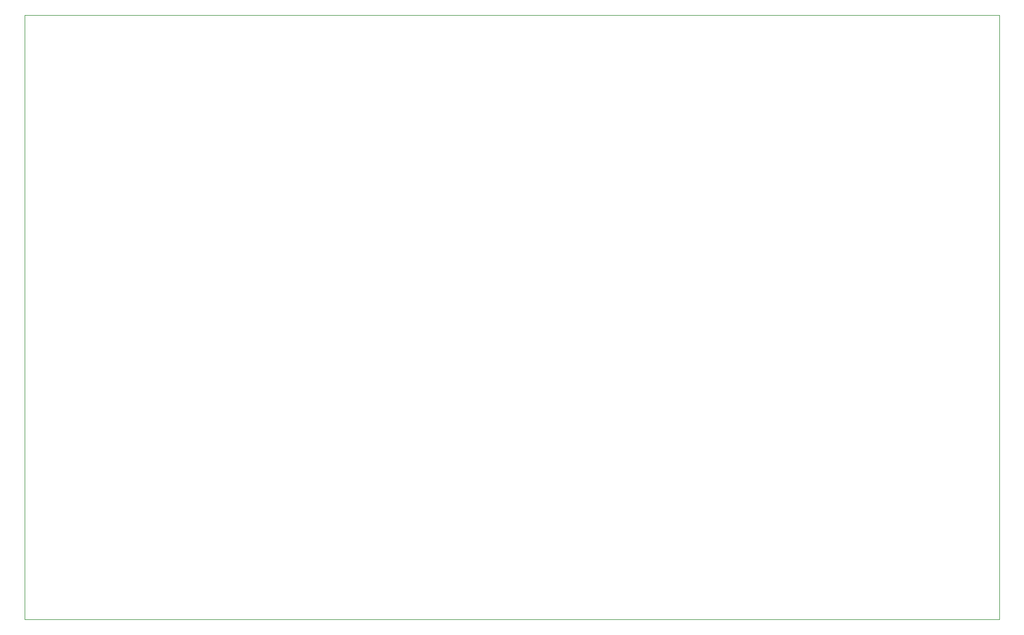
<source format=gbr>
G04 #@! TF.FileFunction,Profile,NP*
%FSLAX46Y46*%
G04 Gerber Fmt 4.6, Leading zero omitted, Abs format (unit mm)*
G04 Created by KiCad (PCBNEW 4.0.7) date 09/14/18 10:33:28*
%MOMM*%
%LPD*%
G01*
G04 APERTURE LIST*
%ADD10C,0.100000*%
G04 APERTURE END LIST*
D10*
X63500000Y-39370000D02*
X63500000Y-43180000D01*
X210820000Y-39370000D02*
X63500000Y-39370000D01*
X210820000Y-130810000D02*
X210820000Y-39370000D01*
X63500000Y-130810000D02*
X210820000Y-130810000D01*
X63500000Y-41910000D02*
X63500000Y-130810000D01*
M02*

</source>
